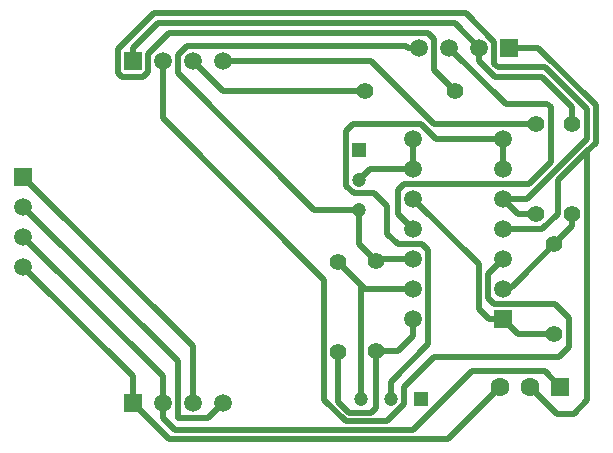
<source format=gbl>
G04*
G04 #@! TF.GenerationSoftware,Altium Limited,Altium Designer,23.11.1 (41)*
G04*
G04 Layer_Physical_Order=2*
G04 Layer_Color=16711680*
%FSLAX44Y44*%
%MOMM*%
G71*
G04*
G04 #@! TF.SameCoordinates,5E353D0A-FD7C-4BEC-B3A5-00601FCEE480*
G04*
G04*
G04 #@! TF.FilePolarity,Positive*
G04*
G01*
G75*
%ADD15R,1.2000X1.2000*%
%ADD16C,1.2000*%
%ADD17R,1.2000X1.2000*%
%ADD24R,1.5000X1.5000*%
%ADD25C,1.5000*%
%ADD26C,1.4000*%
%ADD27R,1.5000X1.5000*%
%ADD28R,1.6000X1.6000*%
%ADD29C,1.6000*%
%ADD30C,0.5000*%
D15*
X317500Y-125730D02*
D03*
D16*
Y-151130D02*
D03*
Y-176530D02*
D03*
X344170Y-336550D02*
D03*
X318770D02*
D03*
D17*
X369570D02*
D03*
D24*
X439420Y-269240D02*
D03*
X125730Y-50800D02*
D03*
Y-340360D02*
D03*
X444500Y-39370D02*
D03*
D25*
X439420Y-243840D02*
D03*
Y-218440D02*
D03*
Y-193040D02*
D03*
Y-167640D02*
D03*
Y-142240D02*
D03*
Y-116840D02*
D03*
X363220Y-269240D02*
D03*
Y-243840D02*
D03*
Y-218440D02*
D03*
Y-193040D02*
D03*
Y-167640D02*
D03*
Y-142240D02*
D03*
Y-116840D02*
D03*
X151130Y-50800D02*
D03*
X176530D02*
D03*
X201930D02*
D03*
X151130Y-340360D02*
D03*
X176530D02*
D03*
X201930D02*
D03*
X368300Y-39370D02*
D03*
X393700D02*
D03*
X419100D02*
D03*
X33020Y-224790D02*
D03*
Y-199390D02*
D03*
Y-173990D02*
D03*
D26*
X467360Y-180340D02*
D03*
Y-104140D02*
D03*
X497840Y-180340D02*
D03*
Y-104140D02*
D03*
X482600Y-205740D02*
D03*
Y-281940D02*
D03*
X322580Y-76200D02*
D03*
X398780D02*
D03*
X299720Y-297180D02*
D03*
Y-220980D02*
D03*
X331470Y-219710D02*
D03*
Y-295910D02*
D03*
D27*
X33020Y-148590D02*
D03*
D28*
X487680Y-326390D02*
D03*
D29*
X462280D02*
D03*
X436880D02*
D03*
D30*
X419100Y-50914D02*
Y-39370D01*
Y-50914D02*
X431940Y-63754D01*
X471688D01*
X441216Y-86886D02*
X476623D01*
X393700Y-39370D02*
X441216Y-86886D01*
X398018Y-18288D02*
X419100Y-39370D01*
X474477Y-55880D02*
X509880Y-91283D01*
X431800Y-52951D02*
X434729Y-55880D01*
X474477D01*
X431800Y-52951D02*
Y-38100D01*
X476623Y-86886D02*
X479552Y-89815D01*
Y-136398D02*
Y-89815D01*
X431640Y-37940D02*
X431800Y-38100D01*
X486410Y-300990D02*
X494792Y-292608D01*
X355281Y-341051D02*
Y-326708D01*
X381000Y-300990D02*
X486410D01*
X355281Y-326708D02*
X381000Y-300990D01*
X474472Y-313182D02*
X487680Y-326390D01*
X340573Y-355760D02*
X355281Y-341051D01*
X362632Y-363300D02*
X412750Y-313182D01*
X474472D01*
X287680Y-337713D02*
Y-235610D01*
X151130Y-99060D02*
X287680Y-235610D01*
X151130Y-99060D02*
Y-50800D01*
X287680Y-337713D02*
X305727Y-355760D01*
X340573D01*
X318770Y-336550D02*
Y-240030D01*
X163990Y-61120D02*
X279400Y-176530D01*
X317500D01*
X163990Y-61120D02*
Y-45606D01*
X299720Y-339090D02*
X308850Y-348220D01*
X299720Y-339090D02*
Y-297180D01*
X327420Y-348220D02*
X331470Y-344170D01*
X308850Y-348220D02*
X327420D01*
X331470Y-344170D02*
Y-295910D01*
X163990Y-45606D02*
X171496Y-38100D01*
X357124D01*
X407624Y-10160D02*
X431640Y-34176D01*
X113030Y-40640D02*
X143510Y-10160D01*
X113030Y-60452D02*
Y-40640D01*
X143510Y-10160D02*
X407624D01*
X431640Y-37940D02*
Y-34176D01*
X125730Y-39453D02*
X146895Y-18288D01*
X398018D01*
X331626Y-219865D02*
X332896Y-218596D01*
X363064D01*
X461010Y-154940D02*
X479552Y-136398D01*
X355600Y-154940D02*
X461010D01*
X458973Y-167640D02*
X509880Y-116733D01*
Y-91283D01*
X439420Y-167640D02*
X458973D01*
X471688Y-63754D02*
X497574Y-89640D01*
X468630Y-39370D02*
X517420Y-88160D01*
X497574Y-103874D02*
Y-89640D01*
Y-103874D02*
X497840Y-104140D01*
X517420Y-119866D02*
Y-88160D01*
X444500Y-39370D02*
X468630D01*
X441333Y-241927D02*
X446413D01*
X497840Y-190500D01*
X439420Y-243840D02*
X441333Y-241927D01*
X485648Y-151638D02*
X510540Y-126746D01*
X485140Y-349250D02*
X499110D01*
X510540Y-126746D02*
X517420Y-119866D01*
X510540Y-337820D02*
Y-126746D01*
X499110Y-349250D02*
X510540Y-337820D01*
X392430Y-370840D02*
X436880Y-326390D01*
X151130Y-353160D02*
X161270Y-363300D01*
X125730Y-340360D02*
X156210Y-370840D01*
X161270Y-363300D02*
X362632D01*
X156210Y-370840D02*
X392430D01*
X318770Y-240030D02*
X322580Y-243840D01*
X33020Y-199390D02*
X151130Y-317500D01*
Y-340360D02*
Y-317500D01*
X176530Y-340360D02*
Y-292100D01*
X33020Y-148590D02*
X176530Y-292100D01*
X358394Y-39370D02*
X368300D01*
X357124Y-38100D02*
X358394Y-39370D01*
X317500Y-205740D02*
Y-176530D01*
Y-205740D02*
X331470Y-219710D01*
X452120Y-281940D02*
X482600D01*
X439420Y-269240D02*
X452120Y-281940D01*
X113030Y-60452D02*
X116840Y-64262D01*
X134620D01*
X138590Y-60292D01*
Y-44450D01*
X156370Y-26670D01*
X375920D01*
X381000Y-31750D01*
Y-58420D02*
Y-31750D01*
Y-58420D02*
X398780Y-76200D01*
X452120Y-180340D02*
X467360D01*
X439420Y-167640D02*
X452120Y-180340D01*
X350520D02*
X363220Y-193040D01*
X350520Y-180340D02*
Y-160020D01*
X355600Y-154940D01*
X151130Y-353160D02*
Y-340360D01*
X189230Y-353060D02*
X201930Y-340360D01*
X164244Y-353060D02*
X189230D01*
X163990Y-352806D02*
X164244Y-353060D01*
X163990Y-352806D02*
Y-304960D01*
X33020Y-173990D02*
X163990Y-304960D01*
X426720Y-231140D02*
X439420Y-218440D01*
X426720Y-251460D02*
Y-231140D01*
Y-251460D02*
X431800Y-256540D01*
X483362D01*
X494792Y-267970D01*
Y-292608D02*
Y-267970D01*
X125730Y-340360D02*
Y-317500D01*
X33020Y-224790D02*
X125730Y-317500D01*
X462280Y-326390D02*
X485140Y-349250D01*
X299720Y-220980D02*
X318770Y-240030D01*
X326390Y-142240D02*
X363220D01*
X317500Y-151130D02*
X326390Y-142240D01*
X322580Y-243840D02*
X363220D01*
X201930Y-76200D02*
X322580D01*
X176530Y-50800D02*
X201930Y-76200D01*
X382190Y-116840D02*
X439420D01*
X369490Y-104140D02*
X382190Y-116840D01*
X311658Y-104140D02*
X369490D01*
X306324Y-109474D02*
X311658Y-104140D01*
X306324Y-156210D02*
Y-109474D01*
Y-156210D02*
X312674Y-162560D01*
X330200D01*
X341122Y-173482D01*
Y-196850D02*
Y-173482D01*
Y-196850D02*
X350012Y-205740D01*
X370840D01*
X375920Y-210820D01*
Y-290468D02*
Y-210820D01*
X344170Y-322218D02*
X375920Y-290468D01*
X344170Y-336550D02*
Y-322218D01*
X380238Y-104140D02*
X467360D01*
X326898Y-50800D02*
X380238Y-104140D01*
X201930Y-50800D02*
X326898D01*
X426803Y-269240D02*
X439420D01*
X418445Y-260881D02*
X426803Y-269240D01*
X418445Y-260881D02*
Y-222865D01*
X363220Y-167640D02*
X418445Y-222865D01*
X485648Y-179832D02*
Y-151638D01*
X472440Y-193040D02*
X485648Y-179832D01*
X439420Y-193040D02*
X472440D01*
X125730Y-50800D02*
Y-39453D01*
X497840Y-190500D02*
Y-180340D01*
X363220Y-283210D02*
Y-269240D01*
X350520Y-295910D02*
X363220Y-283210D01*
X331470Y-295910D02*
X350520D01*
X439420Y-142240D02*
Y-116840D01*
X363220Y-142240D02*
Y-116840D01*
M02*

</source>
